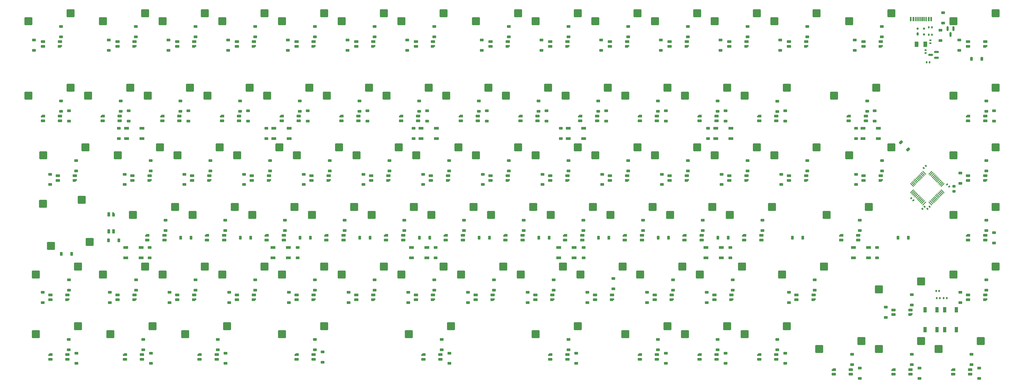
<source format=gbr>
%TF.GenerationSoftware,KiCad,Pcbnew,8.0.4*%
%TF.CreationDate,2024-09-06T17:25:15+02:00*%
%TF.ProjectId,kicad8,6b696361-6438-42e6-9b69-6361645f7063,rev?*%
%TF.SameCoordinates,Original*%
%TF.FileFunction,Paste,Bot*%
%TF.FilePolarity,Positive*%
%FSLAX46Y46*%
G04 Gerber Fmt 4.6, Leading zero omitted, Abs format (unit mm)*
G04 Created by KiCad (PCBNEW 8.0.4) date 2024-09-06 17:25:15*
%MOMM*%
%LPD*%
G01*
G04 APERTURE LIST*
G04 Aperture macros list*
%AMRoundRect*
0 Rectangle with rounded corners*
0 $1 Rounding radius*
0 $2 $3 $4 $5 $6 $7 $8 $9 X,Y pos of 4 corners*
0 Add a 4 corners polygon primitive as box body*
4,1,4,$2,$3,$4,$5,$6,$7,$8,$9,$2,$3,0*
0 Add four circle primitives for the rounded corners*
1,1,$1+$1,$2,$3*
1,1,$1+$1,$4,$5*
1,1,$1+$1,$6,$7*
1,1,$1+$1,$8,$9*
0 Add four rect primitives between the rounded corners*
20,1,$1+$1,$2,$3,$4,$5,0*
20,1,$1+$1,$4,$5,$6,$7,0*
20,1,$1+$1,$6,$7,$8,$9,0*
20,1,$1+$1,$8,$9,$2,$3,0*%
%AMFreePoly0*
4,1,18,-0.410000,0.593000,-0.403758,0.624380,-0.385983,0.650983,-0.359380,0.668758,-0.328000,0.675000,0.328000,0.675000,0.359380,0.668758,0.385983,0.650983,0.403758,0.624380,0.410000,0.593000,0.410000,-0.593000,0.403758,-0.624380,0.385983,-0.650983,0.359380,-0.668758,0.328000,-0.675000,0.000000,-0.675000,-0.410000,-0.265000,-0.410000,0.593000,-0.410000,0.593000,$1*%
G04 Aperture macros list end*
%ADD10RoundRect,0.225000X0.375000X-0.225000X0.375000X0.225000X-0.375000X0.225000X-0.375000X-0.225000X0*%
%ADD11RoundRect,0.082000X0.593000X-0.328000X0.593000X0.328000X-0.593000X0.328000X-0.593000X-0.328000X0*%
%ADD12FreePoly0,90.000000*%
%ADD13RoundRect,0.140000X0.140000X0.170000X-0.140000X0.170000X-0.140000X-0.170000X0.140000X-0.170000X0*%
%ADD14RoundRect,0.225000X-0.375000X0.225000X-0.375000X-0.225000X0.375000X-0.225000X0.375000X0.225000X0*%
%ADD15RoundRect,0.225000X-0.225000X-0.375000X0.225000X-0.375000X0.225000X0.375000X-0.225000X0.375000X0*%
%ADD16RoundRect,0.250000X1.025000X1.000000X-1.025000X1.000000X-1.025000X-1.000000X1.025000X-1.000000X0*%
%ADD17RoundRect,0.082000X-0.593000X0.328000X-0.593000X-0.328000X0.593000X-0.328000X0.593000X0.328000X0*%
%ADD18FreePoly0,270.000000*%
%ADD19R,1.500000X0.900000*%
%ADD20RoundRect,0.140000X0.170000X-0.140000X0.170000X0.140000X-0.170000X0.140000X-0.170000X-0.140000X0*%
%ADD21RoundRect,0.225000X0.225000X0.375000X-0.225000X0.375000X-0.225000X-0.375000X0.225000X-0.375000X0*%
%ADD22RoundRect,0.140000X-0.219203X-0.021213X-0.021213X-0.219203X0.219203X0.021213X0.021213X0.219203X0*%
%ADD23RoundRect,0.225000X0.250000X-0.225000X0.250000X0.225000X-0.250000X0.225000X-0.250000X-0.225000X0*%
%ADD24RoundRect,0.175000X-0.175000X-0.325000X0.175000X-0.325000X0.175000X0.325000X-0.175000X0.325000X0*%
%ADD25RoundRect,0.150000X-0.200000X-0.150000X0.200000X-0.150000X0.200000X0.150000X-0.200000X0.150000X0*%
%ADD26RoundRect,0.140000X-0.140000X-0.170000X0.140000X-0.170000X0.140000X0.170000X-0.140000X0.170000X0*%
%ADD27RoundRect,0.082000X0.328000X0.593000X-0.328000X0.593000X-0.328000X-0.593000X0.328000X-0.593000X0*%
%ADD28FreePoly0,180.000000*%
%ADD29R,0.600000X1.450000*%
%ADD30R,0.300000X1.450000*%
%ADD31RoundRect,0.250000X-1.000000X1.025000X-1.000000X-1.025000X1.000000X-1.025000X1.000000X1.025000X0*%
%ADD32RoundRect,0.225000X0.424264X0.106066X0.106066X0.424264X-0.424264X-0.106066X-0.106066X-0.424264X0*%
%ADD33RoundRect,0.135000X0.135000X0.185000X-0.135000X0.185000X-0.135000X-0.185000X0.135000X-0.185000X0*%
%ADD34RoundRect,0.150000X0.587500X0.150000X-0.587500X0.150000X-0.587500X-0.150000X0.587500X-0.150000X0*%
%ADD35RoundRect,0.250000X-0.375000X-0.625000X0.375000X-0.625000X0.375000X0.625000X-0.375000X0.625000X0*%
%ADD36R,1.000000X1.700000*%
%ADD37RoundRect,0.140000X0.021213X-0.219203X0.219203X-0.021213X-0.021213X0.219203X-0.219203X0.021213X0*%
%ADD38RoundRect,0.150000X-0.150000X0.587500X-0.150000X-0.587500X0.150000X-0.587500X0.150000X0.587500X0*%
%ADD39RoundRect,0.135000X-0.135000X-0.185000X0.135000X-0.185000X0.135000X0.185000X-0.135000X0.185000X0*%
%ADD40RoundRect,0.140000X-0.021213X0.219203X-0.219203X0.021213X0.021213X-0.219203X0.219203X-0.021213X0*%
%ADD41RoundRect,0.075000X-0.415425X-0.521491X0.521491X0.415425X0.415425X0.521491X-0.521491X-0.415425X0*%
%ADD42RoundRect,0.075000X0.415425X-0.521491X0.521491X-0.415425X-0.415425X0.521491X-0.521491X0.415425X0*%
%ADD43RoundRect,0.250000X1.000000X-1.025000X1.000000X1.025000X-1.000000X1.025000X-1.000000X-1.025000X0*%
G04 APERTURE END LIST*
D10*
%TO.C,D68*%
X203969852Y-107782600D03*
X203969852Y-104482600D03*
%TD*%
D11*
%TO.C,LED32*%
X283874227Y-71648225D03*
X283874227Y-73148225D03*
X289324227Y-71648225D03*
D12*
X289324227Y-73148225D03*
%TD*%
D13*
%TO.C,C10*%
X304941727Y-35398226D03*
X303981727Y-35398226D03*
%TD*%
D14*
%TO.C,C33*%
X100067977Y-28282600D03*
X100067977Y-31582600D03*
%TD*%
D10*
%TO.C,C103*%
X220717977Y-131595100D03*
X220717977Y-128295100D03*
%TD*%
%TO.C,D35*%
X132532352Y-70079475D03*
X132532352Y-66779475D03*
%TD*%
D15*
%TO.C,C72*%
X123024227Y-91448225D03*
X126324227Y-91448225D03*
%TD*%
D16*
%TO.C,${VALUE}*%
X217326727Y-65095725D03*
X230776727Y-62555725D03*
%TD*%
D17*
%TO.C,LED59*%
X322661727Y-92198225D03*
X322661727Y-90698225D03*
X317211727Y-92198225D03*
D18*
X317211727Y-90698225D03*
%TD*%
D10*
%TO.C,D71*%
X268263602Y-108179475D03*
X268263602Y-104879475D03*
%TD*%
D16*
%TO.C,${VALUE}*%
X198276727Y-65095725D03*
X211726727Y-62555725D03*
%TD*%
D10*
%TO.C,D11*%
X227782352Y-27216975D03*
X227782352Y-23916975D03*
%TD*%
D14*
%TO.C,C90*%
X138564852Y-108848225D03*
X138564852Y-112148225D03*
%TD*%
%TO.C,C37*%
X19105477Y-28282600D03*
X19105477Y-31582600D03*
%TD*%
D17*
%TO.C,LED16*%
X27386727Y-54098225D03*
X27386727Y-52598225D03*
X21936727Y-54098225D03*
D18*
X21936727Y-52598225D03*
%TD*%
D10*
%TO.C,C99*%
X80224227Y-131595100D03*
X80224227Y-128295100D03*
%TD*%
D15*
%TO.C,C74*%
X161124227Y-91448225D03*
X164424227Y-91448225D03*
%TD*%
D10*
%TO.C,C52*%
X325492977Y-54204475D03*
X325492977Y-50904475D03*
%TD*%
D14*
%TO.C,C61*%
X143327352Y-71145100D03*
X143327352Y-74445100D03*
%TD*%
D17*
%TO.C,LED80*%
X189311727Y-130298225D03*
X189311727Y-128798225D03*
X183861727Y-130298225D03*
D18*
X183861727Y-128798225D03*
%TD*%
D11*
%TO.C,LED31*%
X317211727Y-71648225D03*
X317211727Y-73148225D03*
X322661727Y-71648225D03*
D12*
X322661727Y-73148225D03*
%TD*%
D11*
%TO.C,LED2*%
X283874227Y-28785725D03*
X283874227Y-30285725D03*
X289324227Y-28785725D03*
D12*
X289324227Y-30285725D03*
%TD*%
D11*
%TO.C,LED39*%
X145761727Y-71648225D03*
X145761727Y-73148225D03*
X151211727Y-71648225D03*
D12*
X151211727Y-73148225D03*
%TD*%
D10*
%TO.C,C41*%
X87367977Y-54204475D03*
X87367977Y-50904475D03*
%TD*%
D16*
%TO.C,${VALUE}*%
X279239227Y-65095725D03*
X292689227Y-62555725D03*
%TD*%
D10*
%TO.C,D13*%
X265882352Y-27216975D03*
X265882352Y-23916975D03*
%TD*%
%TO.C,C43*%
X125467977Y-54204475D03*
X125467977Y-50904475D03*
%TD*%
%TO.C,D77*%
X108705724Y-127229475D03*
X108705724Y-123929475D03*
%TD*%
D11*
%TO.C,LED10*%
X121949227Y-28785725D03*
X121949227Y-30285725D03*
X127399227Y-28785725D03*
D12*
X127399227Y-30285725D03*
%TD*%
D10*
%TO.C,D17*%
X65857352Y-51029475D03*
X65857352Y-47729475D03*
%TD*%
%TO.C,C11*%
X281439852Y-59760725D03*
X281439852Y-56460725D03*
%TD*%
D15*
%TO.C,C69*%
X65874227Y-91448225D03*
X69174227Y-91448225D03*
%TD*%
D14*
%TO.C,C56*%
X238577352Y-71145100D03*
X238577352Y-74445100D03*
%TD*%
D10*
%TO.C,D64*%
X127769852Y-108179475D03*
X127769852Y-104879475D03*
%TD*%
%TO.C,D39*%
X208732352Y-70079475D03*
X208732352Y-66779475D03*
%TD*%
%TO.C,C98*%
X56411727Y-131595100D03*
X56411727Y-128295100D03*
%TD*%
D14*
%TO.C,C55*%
X257627352Y-71145100D03*
X257627352Y-74445100D03*
%TD*%
D16*
%TO.C,${VALUE}*%
X179226727Y-65095725D03*
X192676727Y-62555725D03*
%TD*%
%TO.C,${VALUE}*%
X312576727Y-22233225D03*
X326026727Y-19693225D03*
%TD*%
%TO.C,${VALUE}*%
X164939227Y-84145725D03*
X178389227Y-81605725D03*
%TD*%
D10*
%TO.C,D84*%
X299219852Y-131991975D03*
X299219852Y-128691975D03*
%TD*%
D19*
%TO.C,UL_LED_8*%
X100255477Y-94560725D03*
X100255477Y-97860725D03*
X95355477Y-97860725D03*
X95355477Y-94560725D03*
%TD*%
D17*
%TO.C,LED20*%
X103586727Y-54098225D03*
X103586727Y-52598225D03*
X98136727Y-54098225D03*
D18*
X98136727Y-52598225D03*
%TD*%
D16*
%TO.C,${VALUE}*%
X74451727Y-46045725D03*
X87901727Y-43505725D03*
%TD*%
D10*
%TO.C,D50*%
X137294852Y-89129475D03*
X137294852Y-85829475D03*
%TD*%
%TO.C,D56*%
X251594852Y-89129475D03*
X251594852Y-85829475D03*
%TD*%
D15*
%TO.C,C71*%
X103974227Y-91448225D03*
X107274227Y-91448225D03*
%TD*%
D10*
%TO.C,D52*%
X175394852Y-89129475D03*
X175394852Y-85829475D03*
%TD*%
D16*
%TO.C,${VALUE}*%
X226851727Y-46045725D03*
X240301727Y-43505725D03*
%TD*%
D10*
%TO.C,C46*%
X182617977Y-54204475D03*
X182617977Y-50904475D03*
%TD*%
D14*
%TO.C,C57*%
X219527352Y-71145100D03*
X219527352Y-74445100D03*
%TD*%
D16*
%TO.C,${VALUE}*%
X222089227Y-84145725D03*
X235539227Y-81605725D03*
%TD*%
%TO.C,${VALUE}*%
X193514227Y-103195725D03*
X206964227Y-100655725D03*
%TD*%
D14*
%TO.C,C35*%
X61967977Y-28282600D03*
X61967977Y-31582600D03*
%TD*%
D10*
%TO.C,C48*%
X220717977Y-54204475D03*
X220717977Y-50904475D03*
%TD*%
%TO.C,D26*%
X237307352Y-51029475D03*
X237307352Y-47729475D03*
%TD*%
%TO.C,D36*%
X151582352Y-70079475D03*
X151582352Y-66779475D03*
%TD*%
D17*
%TO.C,LED54*%
X194074227Y-92198225D03*
X194074227Y-90698225D03*
X188624227Y-92198225D03*
D18*
X188624227Y-90698225D03*
%TD*%
D17*
%TO.C,LED56*%
X232174227Y-92198225D03*
X232174227Y-90698225D03*
X226724227Y-92198225D03*
D18*
X226724227Y-90698225D03*
%TD*%
D15*
%TO.C,C79*%
X261136727Y-91448225D03*
X264436727Y-91448225D03*
%TD*%
D14*
%TO.C,C83*%
X290964852Y-113610725D03*
X290964852Y-116910725D03*
%TD*%
D19*
%TO.C,UL_LED_2*%
X236633602Y-59760725D03*
X236633602Y-56460725D03*
X241533602Y-56460725D03*
X241533602Y-59760725D03*
%TD*%
D11*
%TO.C,LED72*%
X64799227Y-109748225D03*
X64799227Y-111248225D03*
X70249227Y-109748225D03*
D12*
X70249227Y-111248225D03*
%TD*%
D14*
%TO.C,C89*%
X157614852Y-108848225D03*
X157614852Y-112148225D03*
%TD*%
D20*
%TO.C,C8*%
X305131727Y-29278226D03*
X305131727Y-28318226D03*
%TD*%
D10*
%TO.C,D73*%
X299219852Y-112941975D03*
X299219852Y-109641975D03*
%TD*%
D16*
%TO.C,${VALUE}*%
X55401727Y-46045725D03*
X68851727Y-43505725D03*
%TD*%
D21*
%TO.C,R7*%
X321586727Y-34298225D03*
X318286727Y-34298225D03*
%TD*%
D16*
%TO.C,${VALUE}*%
X136364227Y-103195725D03*
X149814227Y-100655725D03*
%TD*%
%TO.C,${VALUE}*%
X36351727Y-46045725D03*
X49801727Y-43505725D03*
%TD*%
D14*
%TO.C,C28*%
X200080477Y-28282600D03*
X200080477Y-31582600D03*
%TD*%
D10*
%TO.C,D58*%
X323032352Y-89129475D03*
X323032352Y-85829475D03*
%TD*%
D14*
%TO.C,C59*%
X181427352Y-71145100D03*
X181427352Y-74445100D03*
%TD*%
D16*
%TO.C,${VALUE}*%
X43495477Y-122245725D03*
X56945477Y-119705725D03*
%TD*%
D19*
%TO.C,UL_LED_10*%
X191477352Y-94560725D03*
X191477352Y-97860725D03*
X186577352Y-97860725D03*
X186577352Y-94560725D03*
%TD*%
D11*
%TO.C,LED73*%
X45749227Y-109748225D03*
X45749227Y-111248225D03*
X51199227Y-109748225D03*
D12*
X51199227Y-111248225D03*
%TD*%
D10*
%TO.C,D25*%
X218257352Y-51029475D03*
X218257352Y-47729475D03*
%TD*%
D16*
%TO.C,${VALUE}*%
X269714227Y-127008225D03*
X283164227Y-124468225D03*
%TD*%
D17*
%TO.C,LED48*%
X79774227Y-92198225D03*
X79774227Y-90698225D03*
X74324227Y-92198225D03*
D18*
X74324227Y-90698225D03*
%TD*%
D10*
%TO.C,D9*%
X189682352Y-27216975D03*
X189682352Y-23916975D03*
%TD*%
%TO.C,D86*%
X309221102Y-22851350D03*
X309221102Y-19551350D03*
%TD*%
D22*
%TO.C,C7*%
X299084200Y-78821253D03*
X299763022Y-79500075D03*
%TD*%
D10*
%TO.C,D75*%
X53951102Y-127229475D03*
X53951102Y-123929475D03*
%TD*%
D17*
%TO.C,LED57*%
X251224227Y-92198225D03*
X251224227Y-90698225D03*
X245774227Y-92198225D03*
D18*
X245774227Y-90698225D03*
%TD*%
D14*
%TO.C,C22*%
X288186727Y-94560725D03*
X288186727Y-97860725D03*
%TD*%
%TO.C,C96*%
X21883602Y-108848225D03*
X21883602Y-112148225D03*
%TD*%
D11*
%TO.C,LED70*%
X102899227Y-109748225D03*
X102899227Y-111248225D03*
X108349227Y-109748225D03*
D12*
X108349227Y-111248225D03*
%TD*%
D19*
%TO.C,UL_LED_4*%
X142633602Y-59760725D03*
X142633602Y-56460725D03*
X147533602Y-56460725D03*
X147533602Y-59760725D03*
%TD*%
D10*
%TO.C,D34*%
X113482352Y-70079475D03*
X113482352Y-66779475D03*
%TD*%
D14*
%TO.C,C26*%
X238180477Y-28282600D03*
X238180477Y-31582600D03*
%TD*%
D11*
%TO.C,LED35*%
X221961727Y-71648225D03*
X221961727Y-73148225D03*
X227411727Y-71648225D03*
D12*
X227411727Y-73148225D03*
%TD*%
D16*
%TO.C,${VALUE}*%
X307814227Y-127008225D03*
X321264227Y-124468225D03*
%TD*%
D19*
%TO.C,UL_LED_1*%
X283633602Y-59760725D03*
X283633602Y-56460725D03*
X288533602Y-56460725D03*
X288533602Y-59760725D03*
%TD*%
D11*
%TO.C,LED60*%
X317211727Y-109748225D03*
X317211727Y-111248225D03*
X322661727Y-109748225D03*
D12*
X322661727Y-111248225D03*
%TD*%
D14*
%TO.C,C18*%
X103242977Y-94560725D03*
X103242977Y-97860725D03*
%TD*%
D11*
%TO.C,LED38*%
X164811727Y-71648225D03*
X164811727Y-73148225D03*
X170261727Y-71648225D03*
D12*
X170261727Y-73148225D03*
%TD*%
D10*
%TO.C,C15*%
X93211727Y-59760725D03*
X93211727Y-56460725D03*
%TD*%
%TO.C,C49*%
X239767977Y-54204475D03*
X239767977Y-50904475D03*
%TD*%
D16*
%TO.C,${VALUE}*%
X279239227Y-22233225D03*
X292689227Y-19693225D03*
%TD*%
D15*
%TO.C,C77*%
X218274227Y-91448225D03*
X221574227Y-91448225D03*
%TD*%
D10*
%TO.C,D65*%
X146819852Y-108179475D03*
X146819852Y-104879475D03*
%TD*%
D11*
%TO.C,LED40*%
X126711727Y-71648225D03*
X126711727Y-73148225D03*
X132161727Y-71648225D03*
D12*
X132161727Y-73148225D03*
%TD*%
D11*
%TO.C,LED8*%
X164811727Y-28785725D03*
X164811727Y-30285725D03*
X170261727Y-28785725D03*
D12*
X170261727Y-30285725D03*
%TD*%
D10*
%TO.C,D49*%
X118244852Y-89129475D03*
X118244852Y-85829475D03*
%TD*%
D16*
%TO.C,${VALUE}*%
X288764227Y-127008225D03*
X302214227Y-124468225D03*
%TD*%
D23*
%TO.C,C2*%
X312689183Y-76579124D03*
X312689183Y-75029124D03*
%TD*%
D11*
%TO.C,LED43*%
X69561727Y-71648225D03*
X69561727Y-73148225D03*
X75011727Y-71648225D03*
D12*
X75011727Y-73148225D03*
%TD*%
D14*
%TO.C,C95*%
X43314852Y-108848225D03*
X43314852Y-112148225D03*
%TD*%
D16*
%TO.C,${VALUE}*%
X312576727Y-65095725D03*
X326026727Y-62555725D03*
%TD*%
%TO.C,${VALUE}*%
X207801727Y-122245725D03*
X221251727Y-119705725D03*
%TD*%
D10*
%TO.C,D33*%
X94432352Y-70079475D03*
X94432352Y-66779475D03*
%TD*%
D17*
%TO.C,LED83*%
X255986727Y-130298225D03*
X255986727Y-128798225D03*
X250536727Y-130298225D03*
D18*
X250536727Y-128798225D03*
%TD*%
D10*
%TO.C,D63*%
X108719852Y-108179475D03*
X108719852Y-104879475D03*
%TD*%
D19*
%TO.C,UL_LED_7*%
X53255477Y-94560725D03*
X53255477Y-97860725D03*
X48355477Y-97860725D03*
X48355477Y-94560725D03*
%TD*%
D10*
%TO.C,D59*%
X30217977Y-108179475D03*
X30217977Y-104879475D03*
%TD*%
%TO.C,C97*%
X32599227Y-131595100D03*
X32599227Y-128295100D03*
%TD*%
%TO.C,D10*%
X208732352Y-27216975D03*
X208732352Y-23916975D03*
%TD*%
%TO.C,D19*%
X103957352Y-51029475D03*
X103957352Y-47729475D03*
%TD*%
%TO.C,C47*%
X201667977Y-54204475D03*
X201667977Y-50904475D03*
%TD*%
D21*
%TO.C,D45*%
X31074227Y-96607600D03*
X27774227Y-96607600D03*
%TD*%
D16*
%TO.C,${VALUE}*%
X288764227Y-107958225D03*
X302214227Y-105418225D03*
%TD*%
D10*
%TO.C,D20*%
X123007352Y-51029475D03*
X123007352Y-47729475D03*
%TD*%
D19*
%TO.C,UL_LED_5*%
X95633602Y-59760725D03*
X95633602Y-56460725D03*
X100533602Y-56460725D03*
X100533602Y-59760725D03*
%TD*%
D10*
%TO.C,C108*%
X320730477Y-136357600D03*
X320730477Y-133057600D03*
%TD*%
D24*
%TO.C,U2*%
X301131727Y-26298226D03*
D25*
X301131727Y-24598226D03*
X303131727Y-24598226D03*
X303131727Y-26498226D03*
%TD*%
D10*
%TO.C,D61*%
X70619852Y-108179475D03*
X70619852Y-104879475D03*
%TD*%
D16*
%TO.C,${VALUE}*%
X126839227Y-84145725D03*
X140289227Y-81605725D03*
%TD*%
D11*
%TO.C,LED63*%
X236249227Y-109748225D03*
X236249227Y-111248225D03*
X241699227Y-109748225D03*
D12*
X241699227Y-111248225D03*
%TD*%
D26*
%TO.C,C1*%
X307009851Y-108473223D03*
X307969851Y-108473223D03*
%TD*%
D27*
%TO.C,LED46*%
X42961727Y-89410725D03*
X44461727Y-89410725D03*
X42961727Y-83960725D03*
D28*
X44461727Y-83960725D03*
%TD*%
D29*
%TO.C,J1*%
X298922204Y-21559766D03*
X299722204Y-21559766D03*
D30*
X300922204Y-21559766D03*
X301922204Y-21559766D03*
X302422204Y-21559766D03*
X303422204Y-21559766D03*
D29*
X304622204Y-21559766D03*
X305422204Y-21559766D03*
X305422204Y-21559766D03*
X304622204Y-21559766D03*
D30*
X303922204Y-21559766D03*
X302922204Y-21559766D03*
X301422204Y-21559766D03*
X300422204Y-21559766D03*
D29*
X299722204Y-21559766D03*
X298922204Y-21559766D03*
%TD*%
D16*
%TO.C,${VALUE}*%
X255426727Y-65095725D03*
X268876727Y-62555725D03*
%TD*%
D14*
%TO.C,C31*%
X138167977Y-28282600D03*
X138167977Y-31582600D03*
%TD*%
D10*
%TO.C,D1*%
X27757352Y-27216975D03*
X27757352Y-23916975D03*
%TD*%
D31*
%TO.C,${VALUE}*%
X24515477Y-94045725D03*
X21975477Y-80595725D03*
%TD*%
D10*
%TO.C,D7*%
X146819852Y-27216975D03*
X146819852Y-23916975D03*
%TD*%
%TO.C,D83*%
X280169852Y-131991975D03*
X280169852Y-128691975D03*
%TD*%
%TO.C,D79*%
X189680800Y-127229475D03*
X189680800Y-123929475D03*
%TD*%
D17*
%TO.C,LED55*%
X213124227Y-92198225D03*
X213124227Y-90698225D03*
X207674227Y-92198225D03*
D18*
X207674227Y-90698225D03*
%TD*%
D10*
%TO.C,D28*%
X285011727Y-51029475D03*
X285011727Y-47729475D03*
%TD*%
%TO.C,D3*%
X70619852Y-27216975D03*
X70619852Y-23916975D03*
%TD*%
D32*
%TO.C,R6*%
X298084703Y-63246201D03*
X295751251Y-60912749D03*
%TD*%
D16*
%TO.C,${VALUE}*%
X19682977Y-122245725D03*
X33132977Y-119705725D03*
%TD*%
D14*
%TO.C,C63*%
X105227352Y-71145100D03*
X105227352Y-74445100D03*
%TD*%
D17*
%TO.C,LED52*%
X155974227Y-92198225D03*
X155974227Y-90698225D03*
X150524227Y-92198225D03*
D18*
X150524227Y-90698225D03*
%TD*%
D10*
%TO.C,D70*%
X242069852Y-108179475D03*
X242069852Y-104879475D03*
%TD*%
%TO.C,D41*%
X246832352Y-70079475D03*
X246832352Y-66779475D03*
%TD*%
%TO.C,D55*%
X232544852Y-89129475D03*
X232544852Y-85829475D03*
%TD*%
D11*
%TO.C,LED62*%
X262442977Y-109748225D03*
X262442977Y-111248225D03*
X267892977Y-109748225D03*
D12*
X267892977Y-111248225D03*
%TD*%
D10*
%TO.C,D22*%
X161107352Y-51029475D03*
X161107352Y-47729475D03*
%TD*%
%TO.C,C13*%
X187211727Y-59760725D03*
X187211727Y-56460725D03*
%TD*%
D14*
%TO.C,C67*%
X24264852Y-71145100D03*
X24264852Y-74445100D03*
%TD*%
D11*
%TO.C,LED74*%
X24317977Y-109748225D03*
X24317977Y-111248225D03*
X29767977Y-109748225D03*
D12*
X29767977Y-111248225D03*
%TD*%
D14*
%TO.C,C29*%
X181030477Y-28282600D03*
X181030477Y-31582600D03*
%TD*%
D16*
%TO.C,${VALUE}*%
X98264227Y-103195725D03*
X111714227Y-100655725D03*
%TD*%
D10*
%TO.C,C12*%
X234211727Y-59760725D03*
X234211727Y-56460725D03*
%TD*%
D16*
%TO.C,${VALUE}*%
X236376727Y-22233225D03*
X249826727Y-19693225D03*
%TD*%
D17*
%TO.C,LED27*%
X236936727Y-54098225D03*
X236936727Y-52598225D03*
X231486727Y-54098225D03*
D18*
X231486727Y-52598225D03*
%TD*%
D33*
%TO.C,R1*%
X305641727Y-26598226D03*
X304621727Y-26598226D03*
%TD*%
D14*
%TO.C,R5*%
X308427352Y-25107600D03*
X308427352Y-28407600D03*
%TD*%
D17*
%TO.C,LED21*%
X122636727Y-54098225D03*
X122636727Y-52598225D03*
X117186727Y-54098225D03*
D18*
X117186727Y-52598225D03*
%TD*%
D11*
%TO.C,LED69*%
X121949227Y-109748225D03*
X121949227Y-111248225D03*
X127399227Y-109748225D03*
D12*
X127399227Y-111248225D03*
%TD*%
D16*
%TO.C,${VALUE}*%
X98264227Y-22233225D03*
X111714227Y-19693225D03*
%TD*%
D11*
%TO.C,LED34*%
X241011727Y-71648225D03*
X241011727Y-73148225D03*
X246461727Y-71648225D03*
D12*
X246461727Y-73148225D03*
%TD*%
D16*
%TO.C,${VALUE}*%
X198276727Y-22233225D03*
X211726727Y-19693225D03*
%TD*%
D14*
%TO.C,C19*%
X147296102Y-94560725D03*
X147296102Y-97860725D03*
%TD*%
D10*
%TO.C,D72*%
X323032352Y-108179475D03*
X323032352Y-104879475D03*
%TD*%
%TO.C,D2*%
X51569852Y-27216975D03*
X51569852Y-23916975D03*
%TD*%
D14*
%TO.C,C91*%
X119514852Y-108848225D03*
X119514852Y-112148225D03*
%TD*%
D17*
%TO.C,LED50*%
X117874227Y-92198225D03*
X117874227Y-90698225D03*
X112424227Y-92198225D03*
D18*
X112424227Y-90698225D03*
%TD*%
D11*
%TO.C,LED36*%
X202911727Y-71648225D03*
X202911727Y-73148225D03*
X208361727Y-71648225D03*
D12*
X208361727Y-73148225D03*
%TD*%
D11*
%TO.C,LED66*%
X179099227Y-109748225D03*
X179099227Y-111248225D03*
X184549227Y-109748225D03*
D12*
X184549227Y-111248225D03*
%TD*%
D34*
%TO.C,U3*%
X307131727Y-32048226D03*
X307131727Y-33948226D03*
X305256727Y-32998226D03*
%TD*%
D16*
%TO.C,${VALUE}*%
X64926727Y-65095725D03*
X78376727Y-62555725D03*
%TD*%
D17*
%TO.C,LED25*%
X198836727Y-54098225D03*
X198836727Y-52598225D03*
X193386727Y-54098225D03*
D18*
X193386727Y-52598225D03*
%TD*%
D10*
%TO.C,D67*%
X184919852Y-108179475D03*
X184919852Y-104879475D03*
%TD*%
D16*
%TO.C,${VALUE}*%
X88739227Y-84145725D03*
X102189227Y-81605725D03*
%TD*%
D10*
%TO.C,D21*%
X142057352Y-51029475D03*
X142057352Y-47729475D03*
%TD*%
%TO.C,D23*%
X180157352Y-51029475D03*
X180157352Y-47729475D03*
%TD*%
D15*
%TO.C,C76*%
X199224227Y-91448225D03*
X202524227Y-91448225D03*
%TD*%
D14*
%TO.C,C86*%
X214764852Y-108848225D03*
X214764852Y-112148225D03*
%TD*%
D17*
%TO.C,LED19*%
X84536727Y-54098225D03*
X84536727Y-52598225D03*
X79086727Y-54098225D03*
D18*
X79086727Y-52598225D03*
%TD*%
D10*
%TO.C,D51*%
X156344852Y-89129475D03*
X156344852Y-85829475D03*
%TD*%
D16*
%TO.C,${VALUE}*%
X245901727Y-46045725D03*
X259351727Y-43505725D03*
%TD*%
D10*
%TO.C,C107*%
X301680477Y-136357600D03*
X301680477Y-133057600D03*
%TD*%
D16*
%TO.C,${VALUE}*%
X41114227Y-22233225D03*
X54564227Y-19693225D03*
%TD*%
%TO.C,${VALUE}*%
X245901727Y-122245725D03*
X259351727Y-119705725D03*
%TD*%
D17*
%TO.C,LED79*%
X148830477Y-130298225D03*
X148830477Y-128798225D03*
X143380477Y-130298225D03*
D18*
X143380477Y-128798225D03*
%TD*%
D16*
%TO.C,${VALUE}*%
X83976727Y-65095725D03*
X97426727Y-62555725D03*
%TD*%
D10*
%TO.C,D32*%
X75382352Y-70079475D03*
X75382352Y-66779475D03*
%TD*%
%TO.C,D42*%
X265882352Y-70079475D03*
X265882352Y-66779475D03*
%TD*%
%TO.C,D54*%
X213494852Y-89129475D03*
X213494852Y-85829475D03*
%TD*%
D16*
%TO.C,${VALUE}*%
X112551727Y-46045725D03*
X126001727Y-43505725D03*
%TD*%
D14*
%TO.C,C25*%
X257230477Y-28282600D03*
X257230477Y-31582600D03*
%TD*%
D10*
%TO.C,D4*%
X89669852Y-27216975D03*
X89669852Y-23916975D03*
%TD*%
%TO.C,C45*%
X163567977Y-54204475D03*
X163567977Y-50904475D03*
%TD*%
D11*
%TO.C,LED68*%
X140999227Y-109748225D03*
X140999227Y-111248225D03*
X146449227Y-109748225D03*
D12*
X146449227Y-111248225D03*
%TD*%
D14*
%TO.C,C93*%
X81414852Y-108848225D03*
X81414852Y-112148225D03*
%TD*%
D10*
%TO.C,D8*%
X170632352Y-27216975D03*
X170632352Y-23916975D03*
%TD*%
D16*
%TO.C,${VALUE}*%
X207801727Y-46045725D03*
X221251727Y-43505725D03*
%TD*%
D11*
%TO.C,LED42*%
X88611727Y-71648225D03*
X88611727Y-73148225D03*
X94061727Y-71648225D03*
D12*
X94061727Y-73148225D03*
%TD*%
D16*
%TO.C,${VALUE}*%
X169701727Y-46045725D03*
X183151727Y-43505725D03*
%TD*%
D10*
%TO.C,D16*%
X46807352Y-51029475D03*
X46807352Y-47729475D03*
%TD*%
D17*
%TO.C,LED23*%
X160736727Y-54098225D03*
X160736727Y-52598225D03*
X155286727Y-54098225D03*
D18*
X155286727Y-52598225D03*
%TD*%
D10*
%TO.C,C51*%
X287392977Y-54204475D03*
X287392977Y-50904475D03*
%TD*%
D11*
%TO.C,LED37*%
X183861727Y-71648225D03*
X183861727Y-73148225D03*
X189311727Y-71648225D03*
D12*
X189311727Y-73148225D03*
%TD*%
D14*
%TO.C,C65*%
X67127352Y-71145100D03*
X67127352Y-74445100D03*
%TD*%
D10*
%TO.C,D47*%
X80144852Y-89129475D03*
X80144852Y-85829475D03*
%TD*%
D20*
%TO.C,C9*%
X303611727Y-32398226D03*
X303611727Y-31438226D03*
%TD*%
D19*
%TO.C,UL_LED_3*%
X189633602Y-59760725D03*
X189633602Y-56460725D03*
X194533602Y-56460725D03*
X194533602Y-59760725D03*
%TD*%
D16*
%TO.C,${VALUE}*%
X98264227Y-122245725D03*
X111714227Y-119705725D03*
%TD*%
D10*
%TO.C,C42*%
X106417977Y-54204475D03*
X106417977Y-50904475D03*
%TD*%
D11*
%TO.C,LED44*%
X50511727Y-71648225D03*
X50511727Y-73148225D03*
X55961727Y-71648225D03*
D12*
X55961727Y-73148225D03*
%TD*%
D16*
%TO.C,${VALUE}*%
X17301727Y-46045725D03*
X30751727Y-43505725D03*
%TD*%
D10*
%TO.C,D57*%
X282630477Y-89129475D03*
X282630477Y-85829475D03*
%TD*%
%TO.C,C81*%
X325492977Y-93098225D03*
X325492977Y-89798225D03*
%TD*%
D16*
%TO.C,${VALUE}*%
X150651727Y-46045725D03*
X164101727Y-43505725D03*
%TD*%
D11*
%TO.C,LED61*%
X293399227Y-114510725D03*
X293399227Y-116010725D03*
X298849227Y-114510725D03*
D12*
X298849227Y-116010725D03*
%TD*%
D16*
%TO.C,${VALUE}*%
X312576727Y-46045725D03*
X326026727Y-43505725D03*
%TD*%
D19*
%TO.C,UL_LED_11*%
X238477352Y-94560725D03*
X238477352Y-97860725D03*
X233577352Y-97860725D03*
X233577352Y-94560725D03*
%TD*%
D16*
%TO.C,${VALUE}*%
X41114227Y-103195725D03*
X54564227Y-100655725D03*
%TD*%
%TO.C,${VALUE}*%
X103026727Y-65095725D03*
X116476727Y-62555725D03*
%TD*%
D11*
%TO.C,LED64*%
X217199227Y-109748225D03*
X217199227Y-111248225D03*
X222649227Y-109748225D03*
D12*
X222649227Y-111248225D03*
%TD*%
D16*
%TO.C,${VALUE}*%
X255426727Y-22233225D03*
X268876727Y-19693225D03*
%TD*%
D10*
%TO.C,D74*%
X30138602Y-127229475D03*
X30138602Y-123929475D03*
%TD*%
%TO.C,C105*%
X258817977Y-131595100D03*
X258817977Y-128295100D03*
%TD*%
D16*
%TO.C,${VALUE}*%
X117314227Y-103195725D03*
X130764227Y-100655725D03*
%TD*%
D11*
%TO.C,LED1*%
X317211727Y-28785725D03*
X317211727Y-30285725D03*
X322661727Y-28785725D03*
D12*
X322661727Y-30285725D03*
%TD*%
D10*
%TO.C,D29*%
X323032352Y-51029475D03*
X323032352Y-47729475D03*
%TD*%
D16*
%TO.C,${VALUE}*%
X312576727Y-84145725D03*
X326026727Y-81605725D03*
%TD*%
D35*
%TO.C,F1*%
X300731727Y-29598226D03*
X303531727Y-29598226D03*
%TD*%
D17*
%TO.C,LED26*%
X217886727Y-54098225D03*
X217886727Y-52598225D03*
X212436727Y-54098225D03*
D18*
X212436727Y-52598225D03*
%TD*%
D10*
%TO.C,C50*%
X258817977Y-54204475D03*
X258817977Y-50904475D03*
%TD*%
%TO.C,C100*%
X111180477Y-131198225D03*
X111180477Y-127898225D03*
%TD*%
D17*
%TO.C,LED76*%
X53580477Y-130298225D03*
X53580477Y-128798225D03*
X48130477Y-130298225D03*
D18*
X48130477Y-128798225D03*
%TD*%
D17*
%TO.C,LED53*%
X175024227Y-92198225D03*
X175024227Y-90698225D03*
X169574227Y-92198225D03*
D18*
X169574227Y-90698225D03*
%TD*%
D16*
%TO.C,${VALUE}*%
X257807977Y-103195725D03*
X271257977Y-100655725D03*
%TD*%
D10*
%TO.C,D82*%
X256357352Y-127229475D03*
X256357352Y-123929475D03*
%TD*%
%TO.C,D85*%
X318269852Y-131991975D03*
X318269852Y-128691975D03*
%TD*%
D36*
%TO.C,BOOT1*%
X313502352Y-120791975D03*
X313502352Y-114491975D03*
X309702352Y-120791975D03*
X309702352Y-114491975D03*
%TD*%
D16*
%TO.C,${VALUE}*%
X241139227Y-84145725D03*
X254589227Y-81605725D03*
%TD*%
%TO.C,${VALUE}*%
X212564227Y-103195725D03*
X226014227Y-100655725D03*
%TD*%
D14*
%TO.C,C66*%
X48077352Y-71145100D03*
X48077352Y-74445100D03*
%TD*%
D10*
%TO.C,D66*%
X165869852Y-108179475D03*
X165869852Y-104879475D03*
%TD*%
%TO.C,D44*%
X323032352Y-70079475D03*
X323032352Y-66779475D03*
%TD*%
D17*
%TO.C,LED58*%
X282180477Y-92198225D03*
X282180477Y-90698225D03*
X276730477Y-92198225D03*
D18*
X276730477Y-90698225D03*
%TD*%
D14*
%TO.C,C84*%
X260008602Y-108848225D03*
X260008602Y-112148225D03*
%TD*%
D17*
%TO.C,LED49*%
X98824227Y-92198225D03*
X98824227Y-90698225D03*
X93374227Y-92198225D03*
D18*
X93374227Y-90698225D03*
%TD*%
D10*
%TO.C,C16*%
X46211727Y-59760725D03*
X46211727Y-56460725D03*
%TD*%
D16*
%TO.C,${VALUE}*%
X79214227Y-22233225D03*
X92664227Y-19693225D03*
%TD*%
D10*
%TO.C,D76*%
X77763602Y-127229475D03*
X77763602Y-123929475D03*
%TD*%
%TO.C,C40*%
X68317977Y-54204475D03*
X68317977Y-50904475D03*
%TD*%
D33*
%TO.C,R3*%
X310456102Y-110723223D03*
X309436102Y-110723223D03*
%TD*%
D11*
%TO.C,LED14*%
X45749227Y-28785725D03*
X45749227Y-30285725D03*
X51199227Y-28785725D03*
D12*
X51199227Y-30285725D03*
%TD*%
D16*
%TO.C,${VALUE}*%
X60164227Y-22233225D03*
X73614227Y-19693225D03*
%TD*%
D17*
%TO.C,LED86*%
X317899227Y-135060725D03*
X317899227Y-133560725D03*
X312449227Y-135060725D03*
D18*
X312449227Y-133560725D03*
%TD*%
D10*
%TO.C,D12*%
X246832352Y-27216975D03*
X246832352Y-23916975D03*
%TD*%
D19*
%TO.C,UL_LED_9*%
X144477352Y-94560725D03*
X144477352Y-97860725D03*
X139577352Y-97860725D03*
X139577352Y-94560725D03*
%TD*%
D16*
%TO.C,${VALUE}*%
X179226727Y-122245725D03*
X192676727Y-119705725D03*
%TD*%
%TO.C,${VALUE}*%
X67307977Y-122245725D03*
X80757977Y-119705725D03*
%TD*%
D17*
%TO.C,LED78*%
X108349227Y-130298225D03*
X108349227Y-128798225D03*
X102899227Y-130298225D03*
D18*
X102899227Y-128798225D03*
%TD*%
D15*
%TO.C,C80*%
X294871102Y-91448225D03*
X298171102Y-91448225D03*
%TD*%
D16*
%TO.C,${VALUE}*%
X174464227Y-103195725D03*
X187914227Y-100655725D03*
%TD*%
D14*
%TO.C,C32*%
X119117977Y-28282600D03*
X119117977Y-31582600D03*
%TD*%
D17*
%TO.C,LED30*%
X322661727Y-54098225D03*
X322661727Y-52598225D03*
X317211727Y-54098225D03*
D18*
X317211727Y-52598225D03*
%TD*%
D14*
%TO.C,C85*%
X233814852Y-108848225D03*
X233814852Y-112148225D03*
%TD*%
D11*
%TO.C,LED4*%
X241011727Y-28785725D03*
X241011727Y-30285725D03*
X246461727Y-28785725D03*
D12*
X246461727Y-30285725D03*
%TD*%
D17*
%TO.C,LED81*%
X217886727Y-130298225D03*
X217886727Y-128798225D03*
X212436727Y-130298225D03*
D18*
X212436727Y-128798225D03*
%TD*%
D17*
%TO.C,LED82*%
X236936727Y-130298225D03*
X236936727Y-128798225D03*
X231486727Y-130298225D03*
D18*
X231486727Y-128798225D03*
%TD*%
D16*
%TO.C,${VALUE}*%
X45876727Y-65095725D03*
X59326727Y-62555725D03*
%TD*%
D14*
%TO.C,C17*%
X56014852Y-94560725D03*
X56014852Y-97860725D03*
%TD*%
D15*
%TO.C,C73*%
X142074227Y-91448225D03*
X145374227Y-91448225D03*
%TD*%
D10*
%TO.C,C102*%
X192142977Y-131595100D03*
X192142977Y-128295100D03*
%TD*%
D16*
%TO.C,${VALUE}*%
X179226727Y-22233225D03*
X192676727Y-19693225D03*
%TD*%
D11*
%TO.C,LED7*%
X183861727Y-28785725D03*
X183861727Y-30285725D03*
X189311727Y-28785725D03*
D12*
X189311727Y-30285725D03*
%TD*%
D14*
%TO.C,C30*%
X161980477Y-28282600D03*
X161980477Y-31582600D03*
%TD*%
D16*
%TO.C,${VALUE}*%
X93501727Y-46045725D03*
X106951727Y-43505725D03*
%TD*%
%TO.C,${VALUE}*%
X50639227Y-84145725D03*
X64089227Y-81605725D03*
%TD*%
D11*
%TO.C,LED13*%
X64799227Y-28785725D03*
X64799227Y-30285725D03*
X70249227Y-28785725D03*
D12*
X70249227Y-30285725D03*
%TD*%
D16*
%TO.C,${VALUE}*%
X274476727Y-46045725D03*
X287926727Y-43505725D03*
%TD*%
D11*
%TO.C,LED65*%
X198149227Y-109748225D03*
X198149227Y-111248225D03*
X203599227Y-109748225D03*
D12*
X203599227Y-111248225D03*
%TD*%
D17*
%TO.C,LED22*%
X141686727Y-54098225D03*
X141686727Y-52598225D03*
X136236727Y-54098225D03*
D18*
X136236727Y-52598225D03*
%TD*%
D14*
%TO.C,C36*%
X42917977Y-28282600D03*
X42917977Y-31582600D03*
%TD*%
D16*
%TO.C,${VALUE}*%
X217326727Y-22233225D03*
X230776727Y-19693225D03*
%TD*%
D10*
%TO.C,D24*%
X199207352Y-51029475D03*
X199207352Y-47729475D03*
%TD*%
D16*
%TO.C,${VALUE}*%
X138745477Y-122245725D03*
X152195477Y-119705725D03*
%TD*%
D14*
%TO.C,C24*%
X281042977Y-28282600D03*
X281042977Y-31582600D03*
%TD*%
D22*
%TO.C,C3*%
X310539511Y-74437342D03*
X311218333Y-75116164D03*
%TD*%
D10*
%TO.C,D40*%
X227782352Y-70079475D03*
X227782352Y-66779475D03*
%TD*%
D17*
%TO.C,LED47*%
X60724227Y-92198225D03*
X60724227Y-90698225D03*
X55274227Y-92198225D03*
D18*
X55274227Y-90698225D03*
%TD*%
D16*
%TO.C,${VALUE}*%
X160176727Y-22233225D03*
X173626727Y-19693225D03*
%TD*%
D10*
%TO.C,C44*%
X144517977Y-54204475D03*
X144517977Y-50904475D03*
%TD*%
D16*
%TO.C,${VALUE}*%
X141126727Y-65095725D03*
X154576727Y-62555725D03*
%TD*%
%TO.C,${VALUE}*%
X122076727Y-65095725D03*
X135526727Y-62555725D03*
%TD*%
D17*
%TO.C,LED85*%
X298849227Y-135060725D03*
X298849227Y-133560725D03*
X293399227Y-135060725D03*
D18*
X293399227Y-133560725D03*
%TD*%
D16*
%TO.C,${VALUE}*%
X226851727Y-122245725D03*
X240301727Y-119705725D03*
%TD*%
D14*
%TO.C,C88*%
X176664852Y-108848225D03*
X176664852Y-112148225D03*
%TD*%
D16*
%TO.C,${VALUE}*%
X272095477Y-84145725D03*
X285545477Y-81605725D03*
%TD*%
%TO.C,${VALUE}*%
X183989227Y-84145725D03*
X197439227Y-81605725D03*
%TD*%
D14*
%TO.C,C54*%
X281439852Y-71145100D03*
X281439852Y-74445100D03*
%TD*%
D10*
%TO.C,D53*%
X194444852Y-89129475D03*
X194444852Y-85829475D03*
%TD*%
D17*
%TO.C,LED77*%
X77392977Y-130298225D03*
X77392977Y-128798225D03*
X71942977Y-130298225D03*
D18*
X71942977Y-128798225D03*
%TD*%
D10*
%TO.C,D31*%
X56332352Y-70079475D03*
X56332352Y-66779475D03*
%TD*%
%TO.C,D81*%
X237307352Y-127229475D03*
X237307352Y-123929475D03*
%TD*%
%TO.C,C14*%
X140211727Y-59760725D03*
X140211727Y-56460725D03*
%TD*%
D16*
%TO.C,${VALUE}*%
X155414227Y-103195725D03*
X168864227Y-100655725D03*
%TD*%
D17*
%TO.C,LED17*%
X46436727Y-54098225D03*
X46436727Y-52598225D03*
X40986727Y-54098225D03*
D18*
X40986727Y-52598225D03*
%TD*%
D37*
%TO.C,C4*%
X303052950Y-69165761D03*
X303731772Y-68486939D03*
%TD*%
D15*
%TO.C,C78*%
X237324227Y-91448225D03*
X240624227Y-91448225D03*
%TD*%
D16*
%TO.C,${VALUE}*%
X231614227Y-103195725D03*
X245064227Y-100655725D03*
%TD*%
%TO.C,${VALUE}*%
X188751727Y-46045725D03*
X202201727Y-43505725D03*
%TD*%
%TO.C,${VALUE}*%
X236376727Y-65095725D03*
X249826727Y-62555725D03*
%TD*%
D10*
%TO.C,D30*%
X32519852Y-70079475D03*
X32519852Y-66779475D03*
%TD*%
D11*
%TO.C,LED33*%
X260061727Y-71648225D03*
X260061727Y-73148225D03*
X265511727Y-71648225D03*
D12*
X265511727Y-73148225D03*
%TD*%
D11*
%TO.C,LED11*%
X102899227Y-28785725D03*
X102899227Y-30285725D03*
X108349227Y-28785725D03*
D12*
X108349227Y-30285725D03*
%TD*%
D19*
%TO.C,UL_LED_6*%
X48633602Y-59760725D03*
X48633602Y-56460725D03*
X53533602Y-56460725D03*
X53533602Y-59760725D03*
%TD*%
D16*
%TO.C,${VALUE}*%
X131601727Y-46045725D03*
X145051727Y-43505725D03*
%TD*%
D11*
%TO.C,LED6*%
X202911727Y-28785725D03*
X202911727Y-30285725D03*
X208361727Y-28785725D03*
D12*
X208361727Y-30285725D03*
%TD*%
D14*
%TO.C,C20*%
X194524227Y-94560725D03*
X194524227Y-97860725D03*
%TD*%
D16*
%TO.C,${VALUE}*%
X117314227Y-22233225D03*
X130764227Y-19693225D03*
%TD*%
D10*
%TO.C,D62*%
X89669852Y-108179475D03*
X89669852Y-104879475D03*
%TD*%
D11*
%TO.C,LED5*%
X221961727Y-28785725D03*
X221961727Y-30285725D03*
X227411727Y-28785725D03*
D12*
X227411727Y-30285725D03*
%TD*%
D36*
%TO.C,RST1*%
X303452351Y-114491975D03*
X303452351Y-120791975D03*
X307252351Y-114491975D03*
X307252351Y-120791975D03*
%TD*%
D38*
%TO.C,Qe1*%
X310652352Y-24629475D03*
X312552352Y-24629475D03*
X311602352Y-26504475D03*
%TD*%
D19*
%TO.C,UL_LED_12*%
X285477352Y-94560725D03*
X285477352Y-97860725D03*
X280577352Y-97860725D03*
X280577352Y-94560725D03*
%TD*%
D10*
%TO.C,C104*%
X239767977Y-131595100D03*
X239767977Y-128295100D03*
%TD*%
%TO.C,D18*%
X84907352Y-51029475D03*
X84907352Y-47729475D03*
%TD*%
%TO.C,D60*%
X51649227Y-108179475D03*
X51649227Y-104879475D03*
%TD*%
D11*
%TO.C,LED71*%
X83849227Y-109748225D03*
X83849227Y-111248225D03*
X89299227Y-109748225D03*
D12*
X89299227Y-111248225D03*
%TD*%
D33*
%TO.C,R4*%
X308249851Y-110723223D03*
X307229851Y-110723223D03*
%TD*%
D10*
%TO.C,C106*%
X282630477Y-136357600D03*
X282630477Y-133057600D03*
%TD*%
D15*
%TO.C,C68*%
X42855477Y-92241975D03*
X46155477Y-92241975D03*
%TD*%
D10*
%TO.C,C39*%
X49267977Y-54204475D03*
X49267977Y-50904475D03*
%TD*%
D14*
%TO.C,C60*%
X162377352Y-71145100D03*
X162377352Y-74445100D03*
%TD*%
D11*
%TO.C,LED3*%
X260061727Y-28785725D03*
X260061727Y-30285725D03*
X265511727Y-28785725D03*
D12*
X265511727Y-30285725D03*
%TD*%
D10*
%TO.C,D27*%
X256357352Y-51085725D03*
X256357352Y-47785725D03*
%TD*%
D11*
%TO.C,LED41*%
X107661727Y-71648225D03*
X107661727Y-73148225D03*
X113111727Y-71648225D03*
D12*
X113111727Y-73148225D03*
%TD*%
D16*
%TO.C,${VALUE}*%
X19682977Y-103195725D03*
X33132977Y-100655725D03*
%TD*%
%TO.C,${VALUE}*%
X22064227Y-65095725D03*
X35514227Y-62555725D03*
%TD*%
D17*
%TO.C,LED51*%
X136924227Y-92198225D03*
X136924227Y-90698225D03*
X131474227Y-92198225D03*
D18*
X131474227Y-90698225D03*
%TD*%
D39*
%TO.C,R2*%
X304621727Y-24198226D03*
X305641727Y-24198226D03*
%TD*%
D16*
%TO.C,${VALUE}*%
X203039227Y-84145725D03*
X216489227Y-81605725D03*
%TD*%
D10*
%TO.C,C38*%
X30217977Y-54204475D03*
X30217977Y-50904475D03*
%TD*%
D14*
%TO.C,C21*%
X241355477Y-94560725D03*
X241355477Y-97860725D03*
%TD*%
D16*
%TO.C,${VALUE}*%
X60164227Y-103195725D03*
X73614227Y-100655725D03*
%TD*%
D10*
%TO.C,D69*%
X223019852Y-108179475D03*
X223019852Y-104879475D03*
%TD*%
%TO.C,D37*%
X170632352Y-70079475D03*
X170632352Y-66779475D03*
%TD*%
D15*
%TO.C,C75*%
X180174227Y-91448225D03*
X183474227Y-91448225D03*
%TD*%
D16*
%TO.C,${VALUE}*%
X145889227Y-84145725D03*
X159339227Y-81605725D03*
%TD*%
D14*
%TO.C,C53*%
X314777352Y-70748225D03*
X314777352Y-74048225D03*
%TD*%
%TO.C,C82*%
X314777352Y-108848225D03*
X314777352Y-112148225D03*
%TD*%
D15*
%TO.C,C70*%
X84924227Y-91448225D03*
X88224227Y-91448225D03*
%TD*%
D17*
%TO.C,LED18*%
X65486727Y-54098225D03*
X65486727Y-52598225D03*
X60036727Y-54098225D03*
D18*
X60036727Y-52598225D03*
%TD*%
D17*
%TO.C,LED75*%
X29767977Y-130298225D03*
X29767977Y-128798225D03*
X24317977Y-130298225D03*
D18*
X24317977Y-128798225D03*
%TD*%
D10*
%TO.C,D15*%
X27757352Y-51029475D03*
X27757352Y-47729475D03*
%TD*%
D16*
%TO.C,${VALUE}*%
X79214227Y-103195725D03*
X92664227Y-100655725D03*
%TD*%
D10*
%TO.C,D43*%
X289774227Y-70079475D03*
X289774227Y-66779475D03*
%TD*%
D16*
%TO.C,${VALUE}*%
X69689227Y-84145725D03*
X83139227Y-81605725D03*
%TD*%
D14*
%TO.C,C92*%
X100464852Y-108848225D03*
X100464852Y-112148225D03*
%TD*%
D17*
%TO.C,LED84*%
X279799227Y-135060725D03*
X279799227Y-133560725D03*
X274349227Y-135060725D03*
D18*
X274349227Y-133560725D03*
%TD*%
D11*
%TO.C,LED67*%
X160049227Y-109748225D03*
X160049227Y-111248225D03*
X165499227Y-109748225D03*
D12*
X165499227Y-111248225D03*
%TD*%
D10*
%TO.C,D38*%
X189682352Y-70079475D03*
X189682352Y-66779475D03*
%TD*%
D11*
%TO.C,LED15*%
X21936727Y-28785725D03*
X21936727Y-30285725D03*
X27386727Y-28785725D03*
D12*
X27386727Y-30285725D03*
%TD*%
D14*
%TO.C,C87*%
X195714852Y-108848225D03*
X195714852Y-112148225D03*
%TD*%
D16*
%TO.C,${VALUE}*%
X107789227Y-84145725D03*
X121239227Y-81605725D03*
%TD*%
D11*
%TO.C,LED9*%
X140999227Y-28785725D03*
X140999227Y-30285725D03*
X146449227Y-28785725D03*
D12*
X146449227Y-30285725D03*
%TD*%
D40*
%TO.C,C5*%
X304922397Y-81527028D03*
X304243575Y-82205850D03*
%TD*%
D16*
%TO.C,${VALUE}*%
X17301727Y-22233225D03*
X30751727Y-19693225D03*
%TD*%
D10*
%TO.C,D48*%
X99194852Y-89129475D03*
X99194852Y-85829475D03*
%TD*%
%TO.C,D14*%
X289694852Y-27216975D03*
X289694852Y-23916975D03*
%TD*%
%TO.C,D6*%
X127769852Y-27216975D03*
X127769852Y-23916975D03*
%TD*%
D11*
%TO.C,LED12*%
X83849227Y-28785725D03*
X83849227Y-30285725D03*
X89299227Y-28785725D03*
D12*
X89299227Y-30285725D03*
%TD*%
D17*
%TO.C,LED29*%
X284561727Y-54098225D03*
X284561727Y-52598225D03*
X279111727Y-54098225D03*
D18*
X279111727Y-52598225D03*
%TD*%
D14*
%TO.C,C27*%
X219130477Y-28282600D03*
X219130477Y-31582600D03*
%TD*%
D41*
%TO.C,U1*%
X303187323Y-80458379D03*
X302833769Y-80104825D03*
X302480216Y-79751272D03*
X302126662Y-79397718D03*
X301773109Y-79044165D03*
X301419556Y-78690612D03*
X301066002Y-78337058D03*
X300712449Y-77983505D03*
X300358896Y-77629952D03*
X300005342Y-77276398D03*
X299651789Y-76922845D03*
X299298235Y-76569291D03*
D42*
X299298235Y-74571715D03*
X299651789Y-74218161D03*
X300005342Y-73864608D03*
X300358896Y-73511054D03*
X300712449Y-73157501D03*
X301066002Y-72803948D03*
X301419556Y-72450394D03*
X301773109Y-72096841D03*
X302126662Y-71743288D03*
X302480216Y-71389734D03*
X302833769Y-71036181D03*
X303187323Y-70682627D03*
D41*
X305184899Y-70682627D03*
X305538453Y-71036181D03*
X305892006Y-71389734D03*
X306245560Y-71743288D03*
X306599113Y-72096841D03*
X306952666Y-72450394D03*
X307306220Y-72803948D03*
X307659773Y-73157501D03*
X308013326Y-73511054D03*
X308366880Y-73864608D03*
X308720433Y-74218161D03*
X309073987Y-74571715D03*
D42*
X309073987Y-76569291D03*
X308720433Y-76922845D03*
X308366880Y-77276398D03*
X308013326Y-77629952D03*
X307659773Y-77983505D03*
X307306220Y-78337058D03*
X306952666Y-78690612D03*
X306599113Y-79044165D03*
X306245560Y-79397718D03*
X305892006Y-79751272D03*
X305538453Y-80104825D03*
X305184899Y-80458379D03*
%TD*%
D14*
%TO.C,C58*%
X200477352Y-71145100D03*
X200477352Y-74445100D03*
%TD*%
D16*
%TO.C,${VALUE}*%
X136364227Y-22233225D03*
X149814227Y-19693225D03*
%TD*%
D10*
%TO.C,C101*%
X151661727Y-131595100D03*
X151661727Y-128295100D03*
%TD*%
%TO.C,D5*%
X108719852Y-27216975D03*
X108719852Y-23916975D03*
%TD*%
D16*
%TO.C,${VALUE}*%
X160176727Y-65095725D03*
X173626727Y-62555725D03*
%TD*%
D10*
%TO.C,D78*%
X149201102Y-127229475D03*
X149201102Y-123929475D03*
%TD*%
D11*
%TO.C,LED45*%
X26699227Y-71648225D03*
X26699227Y-73148225D03*
X32149227Y-71648225D03*
D12*
X32149227Y-73148225D03*
%TD*%
D17*
%TO.C,LED28*%
X255986727Y-54098225D03*
X255986727Y-52598225D03*
X250536727Y-54098225D03*
D18*
X250536727Y-52598225D03*
%TD*%
D43*
%TO.C,MX45_1*%
X34345477Y-79325725D03*
X36885477Y-92775725D03*
%TD*%
D10*
%TO.C,D80*%
X218257352Y-127229475D03*
X218257352Y-123929475D03*
%TD*%
D16*
%TO.C,${VALUE}*%
X312576727Y-103195725D03*
X326026727Y-100655725D03*
%TD*%
D17*
%TO.C,LED24*%
X179786727Y-54098225D03*
X179786727Y-52598225D03*
X174336727Y-54098225D03*
D18*
X174336727Y-52598225D03*
%TD*%
D40*
%TO.C,C6*%
X303334897Y-81527028D03*
X302656075Y-82205850D03*
%TD*%
D14*
%TO.C,C34*%
X81017977Y-28282600D03*
X81017977Y-31582600D03*
%TD*%
%TO.C,C62*%
X124277352Y-71145100D03*
X124277352Y-74445100D03*
%TD*%
%TO.C,C23*%
X314380477Y-28282600D03*
X314380477Y-31582600D03*
%TD*%
%TO.C,C94*%
X62364852Y-108848225D03*
X62364852Y-112148225D03*
%TD*%
D10*
%TO.C,D46*%
X61094852Y-89129475D03*
X61094852Y-85829475D03*
%TD*%
D14*
%TO.C,C64*%
X86177352Y-71145100D03*
X86177352Y-74445100D03*
%TD*%
M02*

</source>
